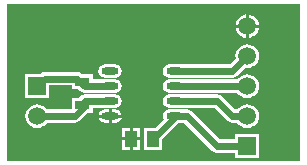
<source format=gtl>
G04*
G04 #@! TF.GenerationSoftware,Altium Limited,Altium Designer,20.1.11 (218)*
G04*
G04 Layer_Physical_Order=1*
G04 Layer_Color=255*
%FSLAX25Y25*%
%MOIN*%
G70*
G04*
G04 #@! TF.SameCoordinates,B42474AF-8F1F-4631-B4F4-3FD5516C7951*
G04*
G04*
G04 #@! TF.FilePolarity,Positive*
G04*
G01*
G75*
%ADD19R,0.04921X0.02953*%
%ADD20O,0.05709X0.02362*%
%ADD21R,0.03937X0.05315*%
%ADD22C,0.02300*%
%ADD23R,0.05906X0.05906*%
%ADD24C,0.05906*%
G36*
X215000Y102500D02*
X117500D01*
Y155000D01*
X215000D01*
Y102500D01*
D02*
G37*
%LPC*%
G36*
X198000Y151421D02*
Y148000D01*
X201421D01*
X201351Y148532D01*
X200953Y149493D01*
X200319Y150319D01*
X199493Y150953D01*
X198532Y151351D01*
X198000Y151421D01*
D02*
G37*
G36*
X197000D02*
X196468Y151351D01*
X195507Y150953D01*
X194681Y150319D01*
X194047Y149493D01*
X193649Y148532D01*
X193579Y148000D01*
X197000D01*
Y151421D01*
D02*
G37*
G36*
X201421Y147000D02*
X198000D01*
Y143579D01*
X198532Y143649D01*
X199493Y144047D01*
X200319Y144681D01*
X200953Y145507D01*
X201351Y146468D01*
X201421Y147000D01*
D02*
G37*
G36*
X197000D02*
X193579D01*
X193649Y146468D01*
X194047Y145507D01*
X194681Y144681D01*
X195507Y144047D01*
X196468Y143649D01*
X197000Y143579D01*
Y147000D01*
D02*
G37*
G36*
X197500Y141487D02*
X196468Y141351D01*
X195507Y140953D01*
X194681Y140319D01*
X194047Y139493D01*
X193649Y138532D01*
X193513Y137500D01*
X193616Y136716D01*
X191592Y134692D01*
X175061D01*
X174902Y134724D01*
X171555D01*
X170704Y134555D01*
X169983Y134072D01*
X169501Y133351D01*
X169331Y132500D01*
X169501Y131649D01*
X169983Y130928D01*
X170704Y130446D01*
X171555Y130276D01*
X174902D01*
X175061Y130308D01*
X192500D01*
X193339Y130475D01*
X194050Y130950D01*
X196716Y133616D01*
X197500Y133513D01*
X198532Y133649D01*
X199493Y134047D01*
X200319Y134681D01*
X200953Y135507D01*
X201351Y136468D01*
X201487Y137500D01*
X201351Y138532D01*
X200953Y139493D01*
X200319Y140319D01*
X199493Y140953D01*
X198532Y141351D01*
X197500Y141487D01*
D02*
G37*
G36*
X153445Y134724D02*
X150098D01*
X149247Y134555D01*
X148526Y134072D01*
X148044Y133351D01*
X147875Y132500D01*
X148044Y131649D01*
X148526Y130928D01*
X149247Y130446D01*
X150098Y130276D01*
X153445D01*
X154296Y130446D01*
X155017Y130928D01*
X155499Y131649D01*
X155669Y132500D01*
X155499Y133351D01*
X155017Y134072D01*
X154296Y134555D01*
X153445Y134724D01*
D02*
G37*
G36*
X197500Y131487D02*
X196468Y131351D01*
X195507Y130953D01*
X194681Y130319D01*
X194200Y129692D01*
X175061D01*
X174902Y129724D01*
X171555D01*
X170704Y129554D01*
X169983Y129072D01*
X169501Y128351D01*
X169331Y127500D01*
X169501Y126649D01*
X169983Y125927D01*
X170704Y125445D01*
X171555Y125276D01*
X174902D01*
X175061Y125308D01*
X194200D01*
X194681Y124681D01*
X195507Y124047D01*
X196468Y123649D01*
X197500Y123513D01*
X198532Y123649D01*
X199493Y124047D01*
X200319Y124681D01*
X200953Y125507D01*
X201351Y126468D01*
X201487Y127500D01*
X201351Y128532D01*
X200953Y129493D01*
X200319Y130319D01*
X199493Y130953D01*
X198532Y131351D01*
X197500Y131487D01*
D02*
G37*
G36*
X140748Y132192D02*
X130000D01*
X129161Y132025D01*
X128450Y131550D01*
X128353Y131453D01*
X123547D01*
Y123547D01*
X131453D01*
Y127808D01*
X139039D01*
Y126461D01*
X141187D01*
X141698Y125950D01*
X142409Y125475D01*
X143248Y125308D01*
X149939D01*
X150098Y125276D01*
X153445D01*
X154296Y125445D01*
X155017Y125927D01*
X155499Y126649D01*
X155669Y127500D01*
X155499Y128351D01*
X155017Y129072D01*
X154296Y129554D01*
X153445Y129724D01*
X150098D01*
X149939Y129692D01*
X145961D01*
Y131413D01*
X142435D01*
X142298Y131550D01*
X141587Y132025D01*
X140748Y132192D01*
D02*
G37*
G36*
X153445Y124724D02*
X150098D01*
X149939Y124692D01*
X143248D01*
X142409Y124525D01*
X141698Y124050D01*
X141357Y123539D01*
X139039D01*
Y119692D01*
X130800D01*
X130319Y120319D01*
X129493Y120953D01*
X128532Y121351D01*
X127500Y121487D01*
X126468Y121351D01*
X125507Y120953D01*
X124681Y120319D01*
X124047Y119493D01*
X123649Y118532D01*
X123513Y117500D01*
X123649Y116468D01*
X124047Y115507D01*
X124681Y114681D01*
X125507Y114047D01*
X126468Y113649D01*
X127500Y113513D01*
X128532Y113649D01*
X129493Y114047D01*
X130319Y114681D01*
X130800Y115308D01*
X140000D01*
X140839Y115475D01*
X141550Y115950D01*
X144187Y118587D01*
X145961D01*
Y120308D01*
X149939D01*
X150098Y120276D01*
X153445D01*
X154296Y120446D01*
X155017Y120928D01*
X155499Y121649D01*
X155669Y122500D01*
X155499Y123351D01*
X155017Y124073D01*
X154296Y124555D01*
X153445Y124724D01*
D02*
G37*
G36*
Y119724D02*
X152272D01*
Y118000D01*
X155569D01*
X155499Y118351D01*
X155017Y119072D01*
X154296Y119554D01*
X153445Y119724D01*
D02*
G37*
G36*
X151272D02*
X150098D01*
X149247Y119554D01*
X148526Y119072D01*
X148044Y118351D01*
X147974Y118000D01*
X151272D01*
Y119724D01*
D02*
G37*
G36*
X155569Y117000D02*
X152272D01*
Y115276D01*
X153445D01*
X154296Y115445D01*
X155017Y115928D01*
X155499Y116649D01*
X155569Y117000D01*
D02*
G37*
G36*
X151272D02*
X147974D01*
X148044Y116649D01*
X148526Y115928D01*
X149247Y115445D01*
X150098Y115276D01*
X151272D01*
Y117000D01*
D02*
G37*
G36*
X174902Y124724D02*
X171555D01*
X170704Y124555D01*
X169983Y124073D01*
X169501Y123351D01*
X169331Y122500D01*
X169501Y121649D01*
X169983Y120928D01*
X170704Y120446D01*
X171555Y120276D01*
X174902D01*
X175061Y120308D01*
X186592D01*
X190950Y115950D01*
X191661Y115475D01*
X192500Y115308D01*
X194200D01*
X194681Y114681D01*
X195507Y114047D01*
X196468Y113649D01*
X197500Y113513D01*
X198532Y113649D01*
X199493Y114047D01*
X200319Y114681D01*
X200953Y115507D01*
X201351Y116468D01*
X201487Y117500D01*
X201351Y118532D01*
X200953Y119493D01*
X200319Y120319D01*
X199493Y120953D01*
X198532Y121351D01*
X197500Y121487D01*
X196468Y121351D01*
X195507Y120953D01*
X194681Y120319D01*
X194200Y119692D01*
X193408D01*
X189050Y124050D01*
X188339Y124525D01*
X187500Y124692D01*
X175061D01*
X174902Y124724D01*
D02*
G37*
G36*
X161827Y113657D02*
X159358D01*
Y110500D01*
X161827D01*
Y113657D01*
D02*
G37*
G36*
X158358D02*
X155890D01*
Y110500D01*
X158358D01*
Y113657D01*
D02*
G37*
G36*
X161827Y109500D02*
X159358D01*
Y106342D01*
X161827D01*
Y109500D01*
D02*
G37*
G36*
X158358D02*
X155890D01*
Y106342D01*
X158358D01*
Y109500D01*
D02*
G37*
G36*
X174902Y119724D02*
X171555D01*
X170704Y119554D01*
X169983Y119072D01*
X169501Y118351D01*
X169331Y117500D01*
X169501Y116649D01*
X169577Y116535D01*
X166699Y113657D01*
X163173D01*
Y106342D01*
X169110D01*
Y109868D01*
X174518Y115276D01*
X174902D01*
X175061Y115308D01*
X176419D01*
X185777Y105950D01*
X186488Y105475D01*
X187327Y105308D01*
X193547D01*
Y103547D01*
X201453D01*
Y111453D01*
X193547D01*
Y109692D01*
X188235D01*
X178877Y119050D01*
X178166Y119525D01*
X177327Y119692D01*
X175061D01*
X174902Y119724D01*
D02*
G37*
%LPD*%
D19*
X142500Y128937D02*
D03*
Y121063D02*
D03*
D20*
X173228Y117500D02*
D03*
Y122500D02*
D03*
Y127500D02*
D03*
Y132500D02*
D03*
X151772Y117500D02*
D03*
Y122500D02*
D03*
Y127500D02*
D03*
Y132500D02*
D03*
D21*
X158858Y110000D02*
D03*
X166142D02*
D03*
D22*
X143248Y127500D02*
X151772D01*
X142500Y128248D02*
X143248Y127500D01*
X173228Y117087D02*
Y117500D01*
X166142Y110000D02*
X173228Y117087D01*
Y117500D02*
X177327D01*
X187327Y107500D02*
X197500D01*
X177327Y117500D02*
X187327Y107500D01*
X187500Y122500D02*
X192500Y117500D01*
X173228Y122500D02*
X187500D01*
X143248Y120748D02*
Y122500D01*
X140000Y117500D02*
X143248Y120748D01*
X127500Y117500D02*
X140000D01*
X140748Y130000D02*
X142500Y128248D01*
X130000Y130000D02*
X140748D01*
X127500Y127500D02*
X130000Y130000D01*
X192500Y117500D02*
X197500D01*
X143248Y122500D02*
X151772D01*
X192500Y132500D02*
X197500Y137500D01*
X173228Y132500D02*
X192500D01*
X173228Y127500D02*
X197500D01*
D23*
X127500D02*
D03*
X197500Y107500D02*
D03*
D24*
X127500Y117500D02*
D03*
X197500Y147500D02*
D03*
Y137500D02*
D03*
Y127500D02*
D03*
Y117500D02*
D03*
M02*

</source>
